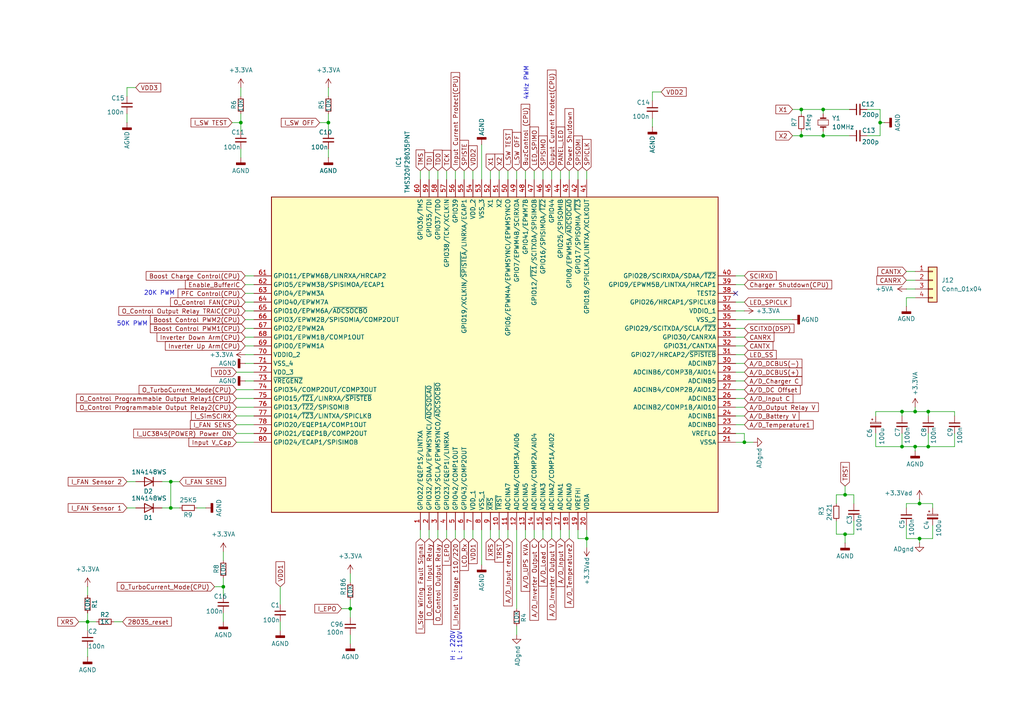
<source format=kicad_sch>
(kicad_sch (version 20231120) (generator "eeschema") (generator_version "8.0")
  (paper "A4")
  (lib_symbols
    (symbol "Connector_Generic:Conn_01x04" (pin_names (offset 1.016) hide)
      (property "Reference" "J" (at 0 5.08 0))
      (property "Value" "Conn_01x04" (at 0 -7.62 0))
      (symbol "Conn_01x04_1_1"
        (rectangle (start -1.27 -4.953) (end 0 -5.207) (stroke (width 0.1524)))
        (rectangle (start -1.27 -2.413) (end 0 -2.667) (stroke (width 0.1524)))
        (rectangle (start -1.27 0.127) (end 0 -0.127) (stroke (width 0.1524)))
        (rectangle (start -1.27 2.667) (end 0 2.413) (stroke (width 0.1524)))
        (rectangle (start -1.27 3.81) (end 1.27 -6.35) (stroke (width 0.254)) (fill (type background)))
        (pin passive line (at -5.08 2.54 0) (length 3.81) (name "Pin_1") (number "1"))
        (pin passive line (at -5.08 0 0) (length 3.81) (name "Pin_2") (number "2"))
        (pin passive line (at -5.08 -2.54 0) (length 3.81) (name "Pin_3") (number "3"))
        (pin passive line (at -5.08 -5.08 0) (length 3.81) (name "Pin_4") (number "4"))
      )
    )
    (symbol "Device:C_Polarized_Small" (pin_numbers hide) (pin_names (offset 0.254) hide)
      (property "Reference" "C" (at 0.254 1.778 0))
      (property "Value" "C_Polarized_Small" (at 0.254 -2.032 0))
      (symbol "C_Polarized_Small_0_1"
        (rectangle (start -1.524 -0.3048) (end 1.524 -0.6858) (fill (type outline)))
        (rectangle (start -1.524 0.6858) (end 1.524 0.3048))
        (polyline (pts (xy -1.27 1.524) (xy -0.762 1.524)))
        (polyline (pts (xy -1.016 1.27) (xy -1.016 1.778)))
      )
      (symbol "C_Polarized_Small_1_1"
        (pin passive line (at 0 2.54 270) (length 1.8542) (name "~") (number "1"))
        (pin passive line (at 0 -2.54 90) (length 1.8542) (name "~") (number "2"))
      )
    )
    (symbol "Device:C_Small" (pin_numbers hide) (pin_names (offset 0.254) hide)
      (property "Reference" "C" (at 0.254 1.778 0))
      (property "Value" "C_Small" (at 0.254 -2.032 0))
      (symbol "C_Small_0_1"
        (polyline (pts (xy -1.524 -0.508) (xy 1.524 -0.508)) (stroke (width 0.3302)))
        (polyline (pts (xy -1.524 0.508) (xy 1.524 0.508)) (stroke (width 0.3048)))
      )
      (symbol "C_Small_1_1"
        (pin passive line (at 0 2.54 270) (length 2.032) (name "~") (number "1"))
        (pin passive line (at 0 -2.54 90) (length 2.032) (name "~") (number "2"))
      )
    )
    (symbol "Device:Crystal_Small" (pin_numbers hide) (pin_names (offset 1.016) hide)
      (property "Reference" "Y" (at 0 2.54 0))
      (property "Value" "Crystal_Small" (at 0 -2.54 0))
      (symbol "Crystal_Small_0_1"
        (rectangle (start -0.762 -1.524) (end 0.762 1.524))
        (polyline (pts (xy -1.27 -0.762) (xy -1.27 0.762)) (stroke (width 0.381)))
        (polyline (pts (xy 1.27 -0.762) (xy 1.27 0.762)) (stroke (width 0.381)))
      )
      (symbol "Crystal_Small_1_1"
        (pin passive line (at -2.54 0 0) (length 1.27) (name "1") (number "1"))
        (pin passive line (at 2.54 0 180) (length 1.27) (name "2") (number "2"))
      )
    )
    (symbol "Device:R_Small" (pin_numbers hide) (pin_names (offset 0.254) hide)
      (property "Reference" "R" (at 0.762 0.508 0))
      (property "Value" "R_Small" (at 0.762 -1.016 0))
      (symbol "R_Small_0_1"
        (rectangle (start -0.762 1.778) (end 0.762 -1.778) (stroke (width 0.2032)))
      )
      (symbol "R_Small_1_1"
        (pin passive line (at 0 2.54 270) (length 0.762) (name "~") (number "1"))
        (pin passive line (at 0 -2.54 90) (length 0.762) (name "~") (number "2"))
      )
    )
    (symbol "Diode:1N4148WS" (pin_numbers hide) (pin_names hide)
      (property "Reference" "D" (at 0 2.54 0))
      (property "Value" "1N4148WS" (at 0 -2.54 0))
      (symbol "1N4148WS_0_1"
        (polyline (pts (xy -1.27 1.27) (xy -1.27 -1.27)) (stroke (width 0.254)))
        (polyline (pts (xy 1.27 0) (xy -1.27 0)))
        (polyline (pts (xy 1.27 1.27) (xy 1.27 -1.27) (xy -1.27 0) (xy 1.27 1.27)) (stroke (width 0.254)))
      )
      (symbol "1N4148WS_1_1"
        (pin passive line (at -3.81 0 0) (length 2.54) (name "K") (number "1"))
        (pin passive line (at 3.81 0 180) (length 2.54) (name "A") (number "2"))
      )
    )
    (symbol "TMS320F28035PNT:TMS320F28035PNT"
      (property "Reference" "IC" (at 97.79 48.26 0))
      (property "Value" "TMS320F28035PNT" (at 97.79 45.72 0))
      (symbol "TMS320F28035PNT_1_1"
        (rectangle (start 5.08 43.18) (end 96.52 -86.36) (stroke (width 0.254)) (fill (type background)))
        (pin passive line (at 0 0 0) (length 5.08) (name "GPIO22/EQEP1S/LINTXA") (number "1"))
        (pin passive line (at 0 -22.86 0) (length 5.08) (name "~{TRST}") (number "10"))
        (pin passive line (at 0 -25.4 0) (length 5.08) (name "ADCINA7") (number "11"))
        (pin passive line (at 0 -27.94 0) (length 5.08) (name "ADCINA6/COMP3A/AIO6") (number "12"))
        (pin passive line (at 0 -30.48 0) (length 5.08) (name "ADCINA5") (number "13"))
        (pin passive line (at 0 -33.02 0) (length 5.08) (name "ADCINA4/COMP2A/AIO4") (number "14"))
        (pin passive line (at 0 -35.56 0) (length 5.08) (name "ADCINA3") (number "15"))
        (pin passive line (at 0 -38.1 0) (length 5.08) (name "ADCINA2/COMP1A/AIO2") (number "16"))
        (pin passive line (at 0 -40.64 0) (length 5.08) (name "ADCINA1") (number "17"))
        (pin passive line (at 0 -43.18 0) (length 5.08) (name "ADCINA0") (number "18"))
        (pin passive line (at 0 -45.72 0) (length 5.08) (name "VREFHI") (number "19"))
        (pin passive line (at 0 -2.54 0) (length 5.08) (name "GPIO32/SDAA/EPWMSYNCI/~{ADCSOCAO}") (number "2"))
        (pin passive line (at 0 -48.26 0) (length 5.08) (name "VDDA") (number "20"))
        (pin passive line (at 25.4 -91.44 90) (length 5.08) (name "VSSA") (number "21"))
        (pin passive line (at 27.94 -91.44 90) (length 5.08) (name "VREFLO") (number "22"))
        (pin passive line (at 30.48 -91.44 90) (length 5.08) (name "ADCINB0") (number "23"))
        (pin passive line (at 33.02 -91.44 90) (length 5.08) (name "ADCINB1") (number "24"))
        (pin passive line (at 35.56 -91.44 90) (length 5.08) (name "ADCINB2/COMP1B/AIO10") (number "25"))
        (pin passive line (at 38.1 -91.44 90) (length 5.08) (name "ADCINB3") (number "26"))
        (pin passive line (at 40.64 -91.44 90) (length 5.08) (name "ADCINB4/COMP2B/AIO12") (number "27"))
        (pin passive line (at 43.18 -91.44 90) (length 5.08) (name "ADCINB5") (number "28"))
        (pin passive line (at 45.72 -91.44 90) (length 5.08) (name "ADCINB6/COMP3B/AIO14") (number "29"))
        (pin passive line (at 0 -5.08 0) (length 5.08) (name "GPIO33/SCLA/EPWMSYNCO/~{ADCSOCBO}") (number "3"))
        (pin passive line (at 48.26 -91.44 90) (length 5.08) (name "ADCINB7") (number "30"))
        (pin passive line (at 50.8 -91.44 90) (length 5.08) (name "GPIO27/HRCAP2/~{SPISTEB}") (number "31"))
        (pin passive line (at 53.34 -91.44 90) (length 5.08) (name "GPIO31/CANTXA") (number "32"))
        (pin passive line (at 55.88 -91.44 90) (length 5.08) (name "GPIO30/CANRXA") (number "33"))
        (pin passive line (at 58.42 -91.44 90) (length 5.08) (name "GPIO29/SCITXDA/SCLA/~{TZ3}") (number "34"))
        (pin passive line (at 60.96 -91.44 90) (length 5.08) (name "VSS_2") (number "35"))
        (pin passive line (at 63.5 -91.44 90) (length 5.08) (name "VDDIO_1") (number "36"))
        (pin passive line (at 66.04 -91.44 90) (length 5.08) (name "GPIO26/HRCAP1/SPICLKB") (number "37"))
        (pin passive line (at 68.58 -91.44 90) (length 5.08) (name "TEST2") (number "38"))
        (pin passive line (at 71.12 -91.44 90) (length 5.08) (name "GPIO9/EPWM5B/LINTXA/HRCAP1") (number "39"))
        (pin passive line (at 0 -7.62 0) (length 5.08) (name "GPIO23/EQEP1I/LINRXA") (number "4"))
        (pin passive line (at 73.66 -91.44 90) (length 5.08) (name "GPIO28/SCIRXDA/SDAA/~{TZ2}") (number "40"))
        (pin passive line (at 101.6 -48.26 180) (length 5.08) (name "GPIO18/SPICLKA/LINTXA/XCLKOUT") (number "41"))
        (pin passive line (at 101.6 -45.72 180) (length 5.08) (name "GPIO17/SPISOMIA/~{TZ3}") (number "42"))
        (pin passive line (at 101.6 -43.18 180) (length 5.08) (name "GPIO8/EPWM5A/~{ADCSOCAO}") (number "43"))
        (pin passive line (at 101.6 -40.64 180) (length 5.08) (name "GPIO25/SPISOMIB") (number "44"))
        (pin passive line (at 101.6 -38.1 180) (length 5.08) (name "GPIO44") (number "45"))
        (pin passive line (at 101.6 -35.56 180) (length 5.08) (name "GPIO16/SPISIMOA/~{TZ2}") (number "46"))
        (pin passive line (at 101.6 -33.02 180) (length 5.08) (name "GPIO12/~{TZ1}/SCITXDA/SPISIMOB") (number "47"))
        (pin passive line (at 101.6 -30.48 180) (length 5.08) (name "GPIO41/EPWM7B") (number "48"))
        (pin passive line (at 101.6 -27.94 180) (length 5.08) (name "GPIO7/EPWM4B/SCIRXDA") (number "49"))
        (pin passive line (at 0 -10.16 0) (length 5.08) (name "GPIO42/COMP1OUT") (number "5"))
        (pin passive line (at 101.6 -25.4 180) (length 5.08) (name "GPIO6/EPWM4A/EPWMSYNCI/EPWMSYNCO") (number "50"))
        (pin passive line (at 101.6 -22.86 180) (length 5.08) (name "X2") (number "51"))
        (pin passive line (at 101.6 -20.32 180) (length 5.08) (name "X1") (number "52"))
        (pin passive line (at 101.6 -17.78 180) (length 5.08) (name "VSS_3") (number "53"))
        (pin passive line (at 101.6 -15.24 180) (length 5.08) (name "VDD_2") (number "54"))
        (pin passive line (at 101.6 -12.7 180) (length 5.08) (name "GPIO19/XCLKIN/~{SPISTEA}/LINRXA/ECAP1") (number "55"))
        (pin passive line (at 101.6 -10.16 180) (length 5.08) (name "GPIO39") (number "56"))
        (pin passive line (at 101.6 -7.62 180) (length 5.08) (name "GPIO38/TCK/XCLKIN") (number "57"))
        (pin passive line (at 101.6 -5.08 180) (length 5.08) (name "GPIO37/TDO") (number "58"))
        (pin passive line (at 101.6 -2.54 180) (length 5.08) (name "GPIO35/TDI") (number "59"))
        (pin passive line (at 0 -12.7 0) (length 5.08) (name "GPIO43/COMP2OUT") (number "6"))
        (pin passive line (at 101.6 0 180) (length 5.08) (name "GPIO36/TMS") (number "60"))
        (pin passive line (at 73.66 48.26 270) (length 5.08) (name "GPIO11/EPWM6B/LINRXA/HRCAP2") (number "61"))
        (pin passive line (at 71.12 48.26 270) (length 5.08) (name "GPIO5/EPWM3B/SPISIMOA/ECAP1") (number "62"))
        (pin passive line (at 68.58 48.26 270) (length 5.08) (name "GPIO4/EPWM3A") (number "63"))
        (pin passive line (at 66.04 48.26 270) (length 5.08) (name "GPIO40/EPWM7A") (number "64"))
        (pin passive line (at 63.5 48.26 270) (length 5.08) (name "GPIO10/EPWM6A/~{ADCSOCBO}") (number "65"))
        (pin passive line (at 60.96 48.26 270) (length 5.08) (name "GPIO3/EPWM2B/SPISOMIA/COMP2OUT") (number "66"))
        (pin passive line (at 58.42 48.26 270) (length 5.08) (name "GPIO2/EPWM2A") (number "67"))
        (pin passive line (at 55.88 48.26 270) (length 5.08) (name "GPIO1/EPWM1B/COMP1OUT") (number "68"))
        (pin passive line (at 53.34 48.26 270) (length 5.08) (name "GPIO0/EPWM1A") (number "69"))
        (pin passive line (at 0 -15.24 0) (length 5.08) (name "VDD_1") (number "7"))
        (pin passive line (at 50.8 48.26 270) (length 5.08) (name "VDDIO_2") (number "70"))
        (pin passive line (at 48.26 48.26 270) (length 5.08) (name "VSS_4") (number "71"))
        (pin passive line (at 45.72 48.26 270) (length 5.08) (name "VDD_3") (number "72"))
        (pin passive line (at 43.18 48.26 270) (length 5.08) (name "~{VREGENZ}") (number "73"))
        (pin passive line (at 40.64 48.26 270) (length 5.08) (name "GPIO34/COMP2OUT/COMP3OUT") (number "74"))
        (pin passive line (at 38.1 48.26 270) (length 5.08) (name "GPIO15/~{TZ1}/LINRXA/~{SPISTEB}") (number "75"))
        (pin passive line (at 35.56 48.26 270) (length 5.08) (name "GPIO13/~{TZ2}/SPISOMIB") (number "76"))
        (pin passive line (at 33.02 48.26 270) (length 5.08) (name "GPIO14/~{TZ3}/LINTXA/SPICLKB") (number "77"))
        (pin passive line (at 30.48 48.26 270) (length 5.08) (name "GPIO20/EQEP1A/COMP1OUT") (number "78"))
        (pin passive line (at 27.94 48.26 270) (length 5.08) (name "GPIO21/EQEP1B/COMP2OUT") (number "79"))
        (pin passive line (at 0 -17.78 0) (length 5.08) (name "VSS_1") (number "8"))
        (pin passive line (at 25.4 48.26 270) (length 5.08) (name "GPIO24/ECAP1/SPISIMOB") (number "80"))
        (pin passive line (at 0 -20.32 0) (length 5.08) (name "~{XRS}") (number "9"))
      )
    )
    (symbol "power:+3.3VA" (power) (pin_numbers hide) (pin_names (offset 0) hide)
      (property "Value" "+3.3VA" (at 0 3.556 0))
      (symbol "+3.3VA_0_1"
        (polyline (pts (xy -0.762 1.27) (xy 0 2.54)))
        (polyline (pts (xy 0 0) (xy 0 2.54)))
        (polyline (pts (xy 0 2.54) (xy 0.762 1.27)))
      )
      (symbol "+3.3VA_1_1"
        (pin power_in line (at 0 0 90) (length 0) (name "~") (number "1"))
      )
    )
    (symbol "power:+3.3VADC" (power) (pin_numbers hide) (pin_names (offset 0) hide)
      (property "Value" "+3.3VADC" (at 0 3.556 0))
      (symbol "+3.3VADC_0_0"
        (pin power_in line (at 0 0 90) (length 0) (name "~") (number "1"))
      )
      (symbol "+3.3VADC_0_1"
        (polyline (pts (xy -0.762 1.27) (xy 0 2.54)))
        (polyline (pts (xy 0 0) (xy 0 2.54)))
        (polyline (pts (xy 0 2.54) (xy 0.762 1.27)))
      )
    )
    (symbol "power:+5VA" (power) (pin_numbers hide) (pin_names (offset 0) hide)
      (property "Value" "+5VA" (at 0 3.556 0))
      (symbol "+5VA_0_1"
        (polyline (pts (xy -0.762 1.27) (xy 0 2.54)))
        (polyline (pts (xy 0 0) (xy 0 2.54)))
        (polyline (pts (xy 0 2.54) (xy 0.762 1.27)))
      )
      (symbol "+5VA_1_1"
        (pin power_in line (at 0 0 90) (length 0) (name "~") (number "1"))
      )
    )
    (symbol "power:GNDA" (power) (pin_numbers hide) (pin_names (offset 0) hide)
      (property "Value" "GNDA" (at 0 -3.81 0))
      (symbol "GNDA_0_1"
        (polyline (pts (xy 0 0) (xy 0 -1.27) (xy 1.27 -1.27) (xy 0 -2.54) (xy -1.27 -1.27) (xy 0 -1.27)))
      )
      (symbol "GNDA_1_1"
        (pin power_in line (at 0 0 270) (length 0) (name "~") (number "1"))
      )
    )
    (symbol "power:GNDD" (power) (pin_numbers hide) (pin_names (offset 0) hide)
      (property "Value" "GNDD" (at 0 -3.175 0))
      (symbol "GNDD_0_1"
        (rectangle (start -1.27 -1.524) (end 1.27 -2.032) (stroke (width 0.254)) (fill (type outline)))
        (polyline (pts (xy 0 0) (xy 0 -1.524)))
      )
      (symbol "GNDD_1_1"
        (pin power_in line (at 0 0 270) (length 0) (name "~") (number "1"))
      )
    )
  )
  (junction (at 232.41 39.37))
  (junction (at 101.6 176.53))
  (junction (at 269.24 129.54))
  (junction (at 245.11 143.51))
  (junction (at 261.62 119.38))
  (junction (at 265.43 129.54))
  (junction (at 265.43 119.38))
  (junction (at 238.76 31.75))
  (junction (at 232.41 31.75))
  (junction (at 269.24 119.38))
  (junction (at 64.77 170.18))
  (junction (at 49.53 147.32))
  (junction (at 266.7 146.05))
  (junction (at 69.85 35.56))
  (junction (at 95.25 35.56))
  (junction (at 49.53 139.7))
  (junction (at 245.11 154.94))
  (junction (at 261.62 129.54))
  (junction (at 215.9 128.27))
  (junction (at 266.7 156.21))
  (junction (at 238.76 39.37))
  (junction (at 255.27 35.56))
  (junction (at 170.18 156.21))
  (junction (at 25.4 180.34))
  (no_connect (at 213.36 85.09))
  (wire (pts (xy 265.43 118.11) (xy 265.43 119.38)))
  (wire (pts (xy 245.11 154.94) (xy 242.57 154.94)))
  (wire (pts (xy 71.12 85.09) (xy 73.66 85.09)))
  (wire (pts (xy 255.27 31.75) (xy 255.27 35.56)))
  (wire (pts (xy 262.89 152.4) (xy 262.89 156.21)))
  (wire (pts (xy 137.16 156.21) (xy 137.16 153.67)))
  (wire (pts (xy 121.92 156.21) (xy 121.92 153.67)))
  (wire (pts (xy 134.62 156.21) (xy 134.62 153.67)))
  (wire (pts (xy 262.89 83.82) (xy 265.43 83.82)))
  (wire (pts (xy 71.12 90.17) (xy 73.66 90.17)))
  (wire (pts (xy 162.56 52.07) (xy 162.56 49.53)))
  (wire (pts (xy 162.56 156.21) (xy 162.56 153.67)))
  (wire (pts (xy 132.08 52.07) (xy 132.08 49.53)))
  (wire (pts (xy 165.1 156.21) (xy 165.1 153.67)))
  (wire (pts (xy 213.36 123.19) (xy 215.9 123.19)))
  (wire (pts (xy 134.62 52.07) (xy 134.62 49.53)))
  (wire (pts (xy 139.7 163.83) (xy 139.7 153.67)))
  (wire (pts (xy 261.62 119.38) (xy 261.62 120.65)))
  (wire (pts (xy 81.28 175.26) (xy 81.28 170.18)))
  (wire (pts (xy 269.24 125.73) (xy 269.24 129.54)))
  (wire (pts (xy 64.77 170.18) (xy 64.77 172.72)))
  (wire (pts (xy 36.83 25.4) (xy 39.37 25.4)))
  (wire (pts (xy 167.64 156.21) (xy 170.18 156.21)))
  (wire (pts (xy 157.48 52.07) (xy 157.48 49.53)))
  (wire (pts (xy 71.12 100.33) (xy 73.66 100.33)))
  (wire (pts (xy 68.58 118.11) (xy 73.66 118.11)))
  (wire (pts (xy 266.7 146.05) (xy 270.51 146.05)))
  (wire (pts (xy 262.89 78.74) (xy 265.43 78.74)))
  (wire (pts (xy 269.24 119.38) (xy 276.86 119.38)))
  (wire (pts (xy 71.12 110.49) (xy 73.66 110.49)))
  (wire (pts (xy 213.36 87.63) (xy 215.9 87.63)))
  (wire (pts (xy 170.18 158.75) (xy 170.18 156.21)))
  (wire (pts (xy 71.12 102.87) (xy 73.66 102.87)))
  (wire (pts (xy 49.53 139.7) (xy 52.07 139.7)))
  (wire (pts (xy 213.36 102.87) (xy 215.9 102.87)))
  (wire (pts (xy 262.89 147.32) (xy 262.89 146.05)))
  (wire (pts (xy 251.46 31.75) (xy 255.27 31.75)))
  (wire (pts (xy 149.86 52.07) (xy 149.86 49.53)))
  (wire (pts (xy 95.25 33.02) (xy 95.25 35.56)))
  (wire (pts (xy 142.24 52.07) (xy 142.24 49.53)))
  (wire (pts (xy 71.12 105.41) (xy 73.66 105.41)))
  (wire (pts (xy 213.36 115.57) (xy 215.9 115.57)))
  (wire (pts (xy 261.62 119.38) (xy 265.43 119.38)))
  (wire (pts (xy 64.77 160.02) (xy 64.77 162.56)))
  (wire (pts (xy 81.28 180.34) (xy 81.28 182.88)))
  (wire (pts (xy 242.57 154.94) (xy 242.57 151.13)))
  (wire (pts (xy 49.53 147.32) (xy 49.53 139.7)))
  (wire (pts (xy 167.64 153.67) (xy 167.64 156.21)))
  (wire (pts (xy 247.65 154.94) (xy 245.11 154.94)))
  (wire (pts (xy 213.36 120.65) (xy 215.9 120.65)))
  (wire (pts (xy 266.7 156.21) (xy 270.51 156.21)))
  (wire (pts (xy 213.36 105.41) (xy 215.9 105.41)))
  (wire (pts (xy 254 129.54) (xy 261.62 129.54)))
  (wire (pts (xy 265.43 129.54) (xy 269.24 129.54)))
  (wire (pts (xy 139.7 52.07) (xy 139.7 41.91)))
  (wire (pts (xy 36.83 33.02) (xy 36.83 35.56)))
  (wire (pts (xy 262.89 146.05) (xy 266.7 146.05)))
  (wire (pts (xy 71.12 92.71) (xy 73.66 92.71)))
  (wire (pts (xy 69.85 25.4) (xy 69.85 27.94)))
  (wire (pts (xy 213.36 92.71) (xy 229.87 92.71)))
  (wire (pts (xy 147.32 156.21) (xy 147.32 153.67)))
  (wire (pts (xy 265.43 86.36) (xy 262.89 86.36)))
  (wire (pts (xy 101.6 173.99) (xy 101.6 176.53)))
  (wire (pts (xy 165.1 52.07) (xy 165.1 49.53)))
  (wire (pts (xy 266.7 156.21) (xy 266.7 157.48)))
  (wire (pts (xy 71.12 97.79) (xy 73.66 97.79)))
  (wire (pts (xy 149.86 184.15) (xy 149.86 181.61)))
  (wire (pts (xy 262.89 81.28) (xy 265.43 81.28)))
  (wire (pts (xy 247.65 151.13) (xy 247.65 154.94)))
  (wire (pts (xy 71.12 87.63) (xy 73.66 87.63)))
  (wire (pts (xy 137.16 52.07) (xy 137.16 49.53)))
  (wire (pts (xy 69.85 35.56) (xy 69.85 38.1)))
  (wire (pts (xy 213.36 125.73) (xy 215.9 125.73)))
  (wire (pts (xy 276.86 119.38) (xy 276.86 120.65)))
  (wire (pts (xy 232.41 31.75) (xy 232.41 33.02)))
  (wire (pts (xy 95.25 43.18) (xy 95.25 45.72)))
  (wire (pts (xy 254 119.38) (xy 261.62 119.38)))
  (wire (pts (xy 242.57 146.05) (xy 242.57 143.51)))
  (wire (pts (xy 149.86 176.53) (xy 149.86 153.67)))
  (wire (pts (xy 213.36 95.25) (xy 215.9 95.25)))
  (wire (pts (xy 68.58 123.19) (xy 73.66 123.19)))
  (wire (pts (xy 255.27 35.56) (xy 255.27 39.37)))
  (wire (pts (xy 229.87 31.75) (xy 232.41 31.75)))
  (wire (pts (xy 71.12 95.25) (xy 73.66 95.25)))
  (wire (pts (xy 213.36 113.03) (xy 215.9 113.03)))
  (wire (pts (xy 25.4 177.8) (xy 25.4 180.34)))
  (wire (pts (xy 254 120.65) (xy 254 119.38)))
  (wire (pts (xy 127 52.07) (xy 127 49.53)))
  (wire (pts (xy 147.32 52.07) (xy 147.32 49.53)))
  (wire (pts (xy 71.12 82.55) (xy 73.66 82.55)))
  (wire (pts (xy 95.25 35.56) (xy 95.25 38.1)))
  (wire (pts (xy 25.4 180.34) (xy 22.86 180.34)))
  (wire (pts (xy 266.7 144.78) (xy 266.7 146.05)))
  (wire (pts (xy 46.99 139.7) (xy 49.53 139.7)))
  (wire (pts (xy 262.89 156.21) (xy 266.7 156.21)))
  (wire (pts (xy 269.24 129.54) (xy 276.86 129.54)))
  (wire (pts (xy 189.23 34.29) (xy 189.23 36.83)))
  (wire (pts (xy 265.43 119.38) (xy 269.24 119.38)))
  (wire (pts (xy 129.54 156.21) (xy 129.54 153.67)))
  (wire (pts (xy 68.58 125.73) (xy 73.66 125.73)))
  (wire (pts (xy 49.53 147.32) (xy 52.07 147.32)))
  (wire (pts (xy 92.71 35.56) (xy 95.25 35.56)))
  (wire (pts (xy 68.58 120.65) (xy 73.66 120.65)))
  (wire (pts (xy 36.83 27.94) (xy 36.83 25.4)))
  (wire (pts (xy 27.94 180.34) (xy 25.4 180.34)))
  (wire (pts (xy 189.23 26.67) (xy 191.77 26.67)))
  (wire (pts (xy 25.4 170.18) (xy 25.4 172.72)))
  (wire (pts (xy 62.23 170.18) (xy 64.77 170.18)))
  (wire (pts (xy 238.76 39.37) (xy 232.41 39.37)))
  (wire (pts (xy 245.11 154.94) (xy 245.11 157.48)))
  (wire (pts (xy 64.77 177.8) (xy 64.77 180.34)))
  (wire (pts (xy 95.25 25.4) (xy 95.25 27.94)))
  (wire (pts (xy 213.36 100.33) (xy 215.9 100.33)))
  (wire (pts (xy 129.54 52.07) (xy 129.54 49.53)))
  (wire (pts (xy 255.27 35.56) (xy 256.54 35.56)))
  (wire (pts (xy 69.85 43.18) (xy 69.85 45.72)))
  (wire (pts (xy 68.58 128.27) (xy 73.66 128.27)))
  (wire (pts (xy 270.51 146.05) (xy 270.51 147.32)))
  (wire (pts (xy 49.53 147.32) (xy 46.99 147.32)))
  (wire (pts (xy 152.4 156.21) (xy 152.4 153.67)))
  (wire (pts (xy 255.27 39.37) (xy 251.46 39.37)))
  (wire (pts (xy 64.77 167.64) (xy 64.77 170.18)))
  (wire (pts (xy 238.76 38.1) (xy 238.76 39.37)))
  (wire (pts (xy 215.9 125.73) (xy 215.9 128.27)))
  (wire (pts (xy 154.94 156.21) (xy 154.94 153.67)))
  (wire (pts (xy 265.43 129.54) (xy 265.43 130.81)))
  (wire (pts (xy 157.48 156.21) (xy 157.48 153.67)))
  (wire (pts (xy 276.86 129.54) (xy 276.86 125.73)))
  (wire (pts (xy 245.11 140.97) (xy 245.11 143.51)))
  (wire (pts (xy 167.64 52.07) (xy 167.64 49.53)))
  (wire (pts (xy 213.36 97.79) (xy 215.9 97.79)))
  (wire (pts (xy 238.76 31.75) (xy 232.41 31.75)))
  (wire (pts (xy 69.85 33.02) (xy 69.85 35.56)))
  (wire (pts (xy 247.65 143.51) (xy 247.65 146.05)))
  (wire (pts (xy 68.58 115.57) (xy 73.66 115.57)))
  (wire (pts (xy 254 125.73) (xy 254 129.54)))
  (wire (pts (xy 142.24 156.21) (xy 142.24 153.67)))
  (wire (pts (xy 269.24 119.38) (xy 269.24 120.65)))
  (wire (pts (xy 170.18 156.21) (xy 170.18 153.67)))
  (wire (pts (xy 154.94 52.07) (xy 154.94 49.53)))
  (wire (pts (xy 213.36 80.01) (xy 215.9 80.01)))
  (wire (pts (xy 67.31 35.56) (xy 69.85 35.56)))
  (wire (pts (xy 68.58 107.95) (xy 73.66 107.95)))
  (wire (pts (xy 35.56 180.34) (xy 33.02 180.34)))
  (wire (pts (xy 229.87 39.37) (xy 232.41 39.37)))
  (wire (pts (xy 25.4 187.96) (xy 25.4 190.5)))
  (wire (pts (xy 245.11 143.51) (xy 247.65 143.51)))
  (wire (pts (xy 213.36 110.49) (xy 215.9 110.49)))
  (wire (pts (xy 213.36 107.95) (xy 215.9 107.95)))
  (wire (pts (xy 160.02 52.07) (xy 160.02 49.53)))
  (wire (pts (xy 121.92 52.07) (xy 121.92 49.53)))
  (wire (pts (xy 101.6 184.15) (xy 101.6 186.69)))
  (wire (pts (xy 246.38 31.75) (xy 238.76 31.75)))
  (wire (pts (xy 101.6 176.53) (xy 101.6 179.07)))
  (wire (pts (xy 127 156.21) (xy 127 153.67)))
  (wire (pts (xy 144.78 156.21) (xy 144.78 153.67)))
  (wire (pts (xy 213.36 118.11) (xy 215.9 118.11)))
  (wire (pts (xy 68.58 113.03) (xy 73.66 113.03)))
  (wire (pts (xy 215.9 128.27) (xy 218.44 128.27)))
  (wire (pts (xy 213.36 82.55) (xy 215.9 82.55)))
  (wire (pts (xy 160.02 156.21) (xy 160.02 153.67)))
  (wire (pts (xy 189.23 29.21) (xy 189.23 26.67)))
  (wire (pts (xy 213.36 128.27) (xy 215.9 128.27)))
  (wire (pts (xy 261.62 129.54) (xy 265.43 129.54)))
  (wire (pts (xy 36.83 147.32) (xy 39.37 147.32)))
  (wire (pts (xy 124.46 52.07) (xy 124.46 49.53)))
  (wire (pts (xy 124.46 156.21) (xy 124.46 153.67)))
  (wire (pts (xy 71.12 80.01) (xy 73.66 80.01)))
  (wire (pts (xy 232.41 39.37) (xy 232.41 38.1)))
  (wire (pts (xy 261.62 125.73) (xy 261.62 129.54)))
  (wire (pts (xy 213.36 90.17) (xy 215.9 90.17)))
  (wire (pts (xy 144.78 52.07) (xy 144.78 49.53)))
  (wire (pts (xy 36.83 139.7) (xy 39.37 139.7)))
  (wire (pts (xy 262.89 86.36) (xy 262.89 88.9)))
  (wire (pts (xy 152.4 52.07) (xy 152.4 49.53)))
  (wire (pts (xy 246.38 39.37) (xy 238.76 39.37)))
  (wire (pts (xy 270.51 156.21) (xy 270.51 152.4)))
  (wire (pts (xy 170.18 52.07) (xy 170.18 49.53)))
  (wire (pts (xy 57.15 147.32) (xy 59.69 147.32)))
  (wire (pts (xy 99.06 176.53) (xy 101.6 176.53)))
  (wire (pts (xy 132.08 156.21) (xy 132.08 153.67)))
  (wire (pts (xy 25.4 180.34) (xy 25.4 182.88)))
  (wire (pts (xy 101.6 166.37) (xy 101.6 168.91)))
  (wire (pts (xy 238.76 31.75) (xy 238.76 33.02)))
  (wire (pts (xy 242.57 143.51) (xy 245.11 143.51)))
  (text "H : 220V\nL : 110V" (at 132.334 187.452 90) (effects (font (size 1.27 1.27))))
  (text "4kHz PWM" (at 152.654 24.13 90) (effects (font (size 1.27 1.27))))
  (text "50K PWM" (at 38.354 93.98 0) (effects (font (size 1.27 1.27))))
  (text "20K PWM" (at 46.228 85.09 0) (effects (font (size 1.27 1.27))))
  (global_label "TMS" (shape input) (at 121.92 49.53 90) (property "Intersheetrefs" "${INTERSHEET_REFS}" (effects (hide yes))))
  (global_label "SPISOMI" (shape input) (at 167.64 49.53 90) (property "Intersheetrefs" "${INTERSHEET_REFS}" (effects (hide yes))))
  (global_label "Charger Shutdown(CPU)" (shape input) (at 215.9 82.55 0) (property "Intersheetrefs" "${INTERSHEET_REFS}" (effects (hide yes))))
  (global_label "O_Control Programmable Output Relay2(CPU)" (shape input) (at 68.58 118.11 180) (property "Intersheetrefs" "${INTERSHEET_REFS}" (effects (hide yes))))
  (global_label "X1" (shape input) (at 142.24 49.53 90) (property "Intersheetrefs" "${INTERSHEET_REFS}" (effects (hide yes))))
  (global_label "TDO" (shape input) (at 127 49.53 90) (property "Intersheetrefs" "${INTERSHEET_REFS}" (effects (hide yes))))
  (global_label "Boost Charge Control(CPU)" (shape input) (at 71.12 80.01 180) (property "Intersheetrefs" "${INTERSHEET_REFS}" (effects (hide yes))))
  (global_label "LCD_Rx" (shape input) (at 134.62 156.21 270) (property "Intersheetrefs" "${INTERSHEET_REFS}" (effects (hide yes))))
  (global_label "X1" (shape input) (at 229.87 31.75 180) (property "Intersheetrefs" "${INTERSHEET_REFS}" (effects (hide yes))))
  (global_label "Ouput Current Protect(CPU)" (shape input) (at 160.02 49.53 90) (property "Intersheetrefs" "${INTERSHEET_REFS}" (effects (hide yes))))
  (global_label "SCITXD(DSP)" (shape input) (at 215.9 95.25 0) (property "Intersheetrefs" "${INTERSHEET_REFS}" (effects (hide yes))))
  (global_label "I_Side Wiring Fault Signal" (shape input) (at 121.92 156.21 270) (property "Intersheetrefs" "${INTERSHEET_REFS}" (effects (hide yes))))
  (global_label "A{slash}D_Input V" (shape input) (at 162.56 156.21 270) (property "Intersheetrefs" "${INTERSHEET_REFS}" (effects (hide yes))))
  (global_label "Power Shutdown" (shape input) (at 165.1 49.53 90) (property "Intersheetrefs" "${INTERSHEET_REFS}" (effects (hide yes))))
  (global_label "A{slash}D_Input C" (shape input) (at 215.9 115.57 0) (property "Intersheetrefs" "${INTERSHEET_REFS}" (effects (hide yes))))
  (global_label "VDD3" (shape input) (at 68.58 107.95 180) (property "Intersheetrefs" "${INTERSHEET_REFS}" (effects (hide yes))))
  (global_label "A{slash}D_DCBUS(+)" (shape input) (at 215.9 107.95 0) (property "Intersheetrefs" "${INTERSHEET_REFS}" (effects (hide yes))))
  (global_label "SCIRXD" (shape input) (at 215.9 80.01 0) (property "Intersheetrefs" "${INTERSHEET_REFS}" (effects (hide yes))))
  (global_label "SPISTE" (shape input) (at 134.62 49.53 90) (property "Intersheetrefs" "${INTERSHEET_REFS}" (effects (hide yes))))
  (global_label "A{slash}D_Inverter Output V" (shape input) (at 160.02 156.21 270) (property "Intersheetrefs" "${INTERSHEET_REFS}" (effects (hide yes))))
  (global_label "LED_SS" (shape input) (at 215.9 102.87 0) (property "Intersheetrefs" "${INTERSHEET_REFS}" (effects (hide yes))))
  (global_label "I_EPO" (shape input) (at 99.06 176.53 180) (property "Intersheetrefs" "${INTERSHEET_REFS}" (effects (hide yes))))
  (global_label "O_Control Input Relay" (shape input) (at 124.46 156.21 270) (property "Intersheetrefs" "${INTERSHEET_REFS}" (effects (hide yes))))
  (global_label "Boost Control PWM2(CPU)" (shape input) (at 71.12 92.71 180) (property "Intersheetrefs" "${INTERSHEET_REFS}" (effects (hide yes))))
  (global_label "VDD2" (shape input) (at 137.16 49.53 90) (property "Intersheetrefs" "${INTERSHEET_REFS}" (effects (hide yes))))
  (global_label "X2" (shape input) (at 144.78 49.53 90) (property "Intersheetrefs" "${INTERSHEET_REFS}" (effects (hide yes))))
  (global_label "A{slash}D_Temperature2" (shape input) (at 165.1 156.21 270) (property "Intersheetrefs" "${INTERSHEET_REFS}" (effects (hide yes))))
  (global_label "Input V_Cap" (shape input) (at 68.58 128.27 180) (property "Intersheetrefs" "${INTERSHEET_REFS}" (effects (hide yes))))
  (global_label "A{slash}D_Inverter Output C" (shape input) (at 154.94 156.21 270) (property "Intersheetrefs" "${INTERSHEET_REFS}" (effects (hide yes))))
  (global_label "TDI" (shape input) (at 124.46 49.53 90) (property "Intersheetrefs" "${INTERSHEET_REFS}" (effects (hide yes))))
  (global_label "I_FAN Sensor 1" (shape input) (at 36.83 147.32 180) (property "Intersheetrefs" "${INTERSHEET_REFS}" (effects (hide yes))))
  (global_label "I_UC3845(POWER) Power ON" (shape input) (at 68.58 125.73 180) (property "Intersheetrefs" "${INTERSHEET_REFS}" (effects (hide yes))))
  (global_label "A{slash}D_DC Offset" (shape input) (at 215.9 113.03 0) (property "Intersheetrefs" "${INTERSHEET_REFS}" (effects (hide yes))))
  (global_label "Inverter Up Arm(CPU)" (shape input) (at 71.12 100.33 180) (property "Intersheetrefs" "${INTERSHEET_REFS}" (effects (hide yes))))
  (global_label "Enable_BufferIC" (shape input) (at 71.12 82.55 180) (property "Intersheetrefs" "${INTERSHEET_REFS}" (effects (hide yes))))
  (global_label "Boost Control PWM1(CPU)" (shape input) (at 71.12 95.25 180) (property "Intersheetrefs" "${INTERSHEET_REFS}" (effects (hide yes))))
  (global_label "CANRX" (shape input) (at 215.9 97.79 0) (property "Intersheetrefs" "${INTERSHEET_REFS}" (effects (hide yes))))
  (global_label "X2" (shape input) (at 229.87 39.37 180) (property "Intersheetrefs" "${INTERSHEET_REFS}" (effects (hide yes))))
  (global_label "I_SW OFF" (shape input) (at 149.86 49.53 90) (property "Intersheetrefs" "${INTERSHEET_REFS}" (effects (hide yes))))
  (global_label "A{slash}D_UPS KVA" (shape input) (at 152.4 156.21 270) (property "Intersheetrefs" "${INTERSHEET_REFS}" (effects (hide yes))))
  (global_label "I_FAN SENS" (shape input) (at 52.07 139.7 0) (property "Intersheetrefs" "${INTERSHEET_REFS}" (effects (hide yes))))
  (global_label "O_Control Output Relay TRAIC(CPU)" (shape input) (at 71.12 90.17 180) (property "Intersheetrefs" "${INTERSHEET_REFS}" (effects (hide yes))))
  (global_label "SPICLK" (shape input) (at 170.18 49.53 90) (property "Intersheetrefs" "${INTERSHEET_REFS}" (effects (hide yes))))
  (global_label "XRS" (shape input) (at 142.24 156.21 270) (property "Intersheetrefs" "${INTERSHEET_REFS}" (effects (hide yes))))
  (global_label "I_Input Voltage 110{slash}220" (shape input) (at 132.08 156.21 270) (property "Intersheetrefs" "${INTERSHEET_REFS}" (effects (hide yes))))
  (global_label "I_FAN SENS" (shape input) (at 68.58 123.19 180) (property "Intersheetrefs" "${INTERSHEET_REFS}" (effects (hide yes))))
  (global_label "A{slash}D_Battery V" (shape input) (at 215.9 120.65 0) (property "Intersheetrefs" "${INTERSHEET_REFS}" (effects (hide yes))))
  (global_label "I_SW TEST" (shape input) (at 67.31 35.56 180) (property "Intersheetrefs" "${INTERSHEET_REFS}" (effects (hide yes))))
  (global_label "A{slash}D_Load C" (shape input) (at 157.48 156.21 270) (property "Intersheetrefs" "${INTERSHEET_REFS}" (effects (hide yes))))
  (global_label "I_SW OFF" (shape input) (at 92.71 35.56 180) (property "Intersheetrefs" "${INTERSHEET_REFS}" (effects (hide yes))))
  (global_label "O_Control Output Relay" (shape input) (at 127 156.21 270) (property "Intersheetrefs" "${INTERSHEET_REFS}" (effects (hide yes))))
  (global_label "PANEL_LED" (shape input) (at 162.56 49.53 90) (property "Intersheetrefs" "${INTERSHEET_REFS}" (effects (hide yes))))
  (global_label "LED_SPIMO" (shape input) (at 154.94 49.53 90) (property "Intersheetrefs" "${INTERSHEET_REFS}" (effects (hide yes))))
  (global_label "TCK" (shape input) (at 129.54 49.53 90) (property "Intersheetrefs" "${INTERSHEET_REFS}" (effects (hide yes))))
  (global_label "CANTX" (shape input) (at 262.89 78.74 180) (property "Intersheetrefs" "${INTERSHEET_REFS}" (effects (hide yes))))
  (global_label "VDD1" (shape input) (at 81.28 170.18 90) (property "Intersheetrefs" "${INTERSHEET_REFS}" (effects (hide yes))))
  (global_label "CANRX" (shape input) (at 262.89 81.28 180) (property "Intersheetrefs" "${INTERSHEET_REFS}" (effects (hide yes))))
  (global_label "VDD1" (shape input) (at 137.16 156.21 270) (property "Intersheetrefs" "${INTERSHEET_REFS}" (effects (hide yes))))
  (global_label "VDD3" (shape input) (at 39.37 25.4 0) (property "Intersheetrefs" "${INTERSHEET_REFS}" (effects (hide yes))))
  (global_label "O_Control Programmable Output Relay1(CPU)" (shape input) (at 68.58 115.57 180) (property "Intersheetrefs" "${INTERSHEET_REFS}" (effects (hide yes))))
  (global_label "LED_SPICLK" (shape input) (at 215.9 87.63 0) (property "Intersheetrefs" "${INTERSHEET_REFS}" (effects (hide yes))))
  (global_label "28035_reset" (shape input) (at 35.56 180.34 0) (property "Intersheetrefs" "${INTERSHEET_REFS}" (effects (hide yes))))
  (global_label "A{slash}D_DCBUS(-)" (shape input) (at 215.9 105.41 0) (property "Intersheetrefs" "${INTERSHEET_REFS}" (effects (hide yes))))
  (global_label "A{slash}D_Output Relay V" (shape input) (at 215.9 118.11 0) (property "Intersheetrefs" "${INTERSHEET_REFS}" (effects (hide yes))))
  (global_label "O_TurboCurrent_Mode(CPU)" (shape input) (at 62.23 170.18 180) (property "Intersheetrefs" "${INTERSHEET_REFS}" (effects (hide yes))))
  (global_label "A{slash}D_Input relay V" (shape input) (at 147.32 156.21 270) (property "Intersheetrefs" "${INTERSHEET_REFS}" (effects (hide yes))))
  (global_label "I_FAN Sensor 2" (shape input) (at 36.83 139.7 180) (property "Intersheetrefs" "${INTERSHEET_REFS}" (effects (hide yes))))
  (global_label "I_SimSCIRX" (shape input) (at 68.58 120.65 180) (property "Intersheetrefs" "${INTERSHEET_REFS}" (effects (hide yes))))
  (global_label "TRST" (shape input) (at 144.78 156.21 270) (property "Intersheetrefs" "${INTERSHEET_REFS}" (effects (hide yes))))
  (global_label "BuzControl (CPU)" (shape input) (at 152.4 49.53 90) (property "Intersheetrefs" "${INTERSHEET_REFS}" (effects (hide yes))))
  (global_label "O_TurboCurrent_Mode(CPU)" (shape input) (at 68.58 113.03 180) (property "Intersheetrefs" "${INTERSHEET_REFS}" (effects (hide yes))))
  (global_label "I_EPO" (shape input) (at 129.54 156.21 270) (property "Intersheetrefs" "${INTERSHEET_REFS}" (effects (hide yes))))
  (global_label "XRS" (shape input) (at 22.86 180.34 180) (property "Intersheetrefs" "${INTERSHEET_REFS}" (effects (hide yes))))
  (global_label "Input Current Protect(CPU)" (shape input) (at 132.08 49.53 90) (property "Intersheetrefs" "${INTERSHEET_REFS}" (effects (hide yes))))
  (global_label "SPISIMO" (shape input) (at 157.48 49.53 90) (property "Intersheetrefs" "${INTERSHEET_REFS}" (effects (hide yes))))
  (global_label "CANTX" (shape input) (at 215.9 100.33 0) (property "Intersheetrefs" "${INTERSHEET_REFS}" (effects (hide yes))))
  (global_label "O_Control FAN(CPU)" (shape input) (at 71.12 87.63 180) (property "Intersheetrefs" "${INTERSHEET_REFS}" (effects (hide yes))))
  (global_label "TRST" (shape input) (at 245.11 140.97 90) (property "Intersheetrefs" "${INTERSHEET_REFS}" (effects (hide yes))))
  (global_label "PFC Control(CPU)" (shape input) (at 71.12 85.09 180) (property "Intersheetrefs" "${INTERSHEET_REFS}" (effects (hide yes))))
  (global_label "Inverter Down Arm(CPU)" (shape input) (at 71.12 97.79 180) (property "Intersheetrefs" "${INTERSHEET_REFS}" (effects (hide yes))))
  (global_label "A{slash}D_Temperature1" (shape input) (at 215.9 123.19 0) (property "Intersheetrefs" "${INTERSHEET_REFS}" (effects (hide yes))))
  (global_label "I_SW TEST" (shape input) (at 147.32 49.53 90) (property "Intersheetrefs" "${INTERSHEET_REFS}" (effects (hide yes))))
  (global_label "VDD2" (shape input) (at 191.77 26.67 0) (property "Intersheetrefs" "${INTERSHEET_REFS}" (effects (hide yes))))
  (global_label "A{slash}D_Charger C" (shape input) (at 215.9 110.49 0) (property "Intersheetrefs" "${INTERSHEET_REFS}" (effects (hide yes))))
  (symbol (lib_id "Device:C_Small") (at 36.83 30.48 0) (unit 1)
    (property "Reference" "C15" (at 32.258 28.448 0) (effects (justify left)))
    (property "Value" "100n" (at 30.988 32.512 0) (effects (justify left)))
    (property "Description" "Unpolarized capacitor, small symbol" (effects (hide yes)))
  )
  (symbol (lib_id "Diode:1N4148WS") (at 43.18 147.32 180) (unit 1)
    (property "Reference" "D1" (at 41.656 150.114 0) (effects (justify right)))
    (property "Value" "1N4148WS" (at 38.1 144.526 0) (effects (justify right)))
    (property "Footprint" "Diode_SMD:D_SOD-323_HandSoldering" (effects (hide yes)))
    (property "Datasheet" "https://www.vishay.com/docs/85751/1n4148ws.pdf" (effects (hide yes)))
    (property "Description" "75V 0.15A Fast switching Diode, SOD-323" (effects (hide yes)))
    (property "Sim.Device" "D" (effects (hide yes)))
    (property "Sim.Pins" "1=K 2=A" (effects (hide yes)))
  )
  (symbol (lib_id "Device:C_Small") (at 101.6 181.61 0) (unit 1)
    (property "Reference" "C96" (at 95.758 181.102 0) (effects (justify left)))
    (property "Value" "100n" (at 94.742 183.388 0) (effects (justify left)))
    (property "Description" "Unpolarized capacitor, small symbol" (effects (hide yes)))
  )
  (symbol (lib_id "Device:C_Small") (at 248.92 39.37 90) (unit 1)
    (property "Reference" "C13" (at 251.968 37.846 90))
    (property "Value" "200p" (at 252.476 41.148 90))
    (property "Description" "Unpolarized capacitor, small symbol" (effects (hide yes)))
  )
  (symbol (lib_id "power:GNDD") (at 229.87 92.71 90) (unit 1)
    (property "Reference" "#PWR013" (effects (hide yes)))
    (property "Value" "AGND" (at 234.95 92.71 90))
    (property "Description" "Power symbol creates a global label with name \"GNDD\" , digital ground" (effects (hide yes)))
  )
  (symbol (lib_id "power:GNDD") (at 189.23 36.83 0) (unit 1)
    (property "Reference" "#PWR024" (effects (hide yes)))
    (property "Value" "AGND" (at 189.23 41.91 90))
    (property "Description" "Power symbol creates a global label with name \"GNDD\" , digital ground" (effects (hide yes)))
  )
  (symbol (lib_id "Device:C_Polarized_Small") (at 254 123.19 0) (unit 1)
    (property "Reference" "C6" (at 252.222 127 90) (effects (justify left)))
    (property "Value" "100u" (at 255.778 129.032 90) (effects (justify left)))
    (property "Description" "Polarized capacitor, small symbol" (effects (hide yes)))
  )
  (symbol (lib_id "Device:C_Small") (at 276.86 123.19 0) (unit 1)
    (property "Reference" "C9" (at 275.59 126.746 90) (effects (justify left)))
    (property "Value" "100n" (at 278.384 128.778 90) (effects (justify left)))
    (property "Description" "Unpolarized capacitor, small symbol" (effects (hide yes)))
  )
  (symbol (lib_id "power:GNDD") (at 262.89 88.9 0) (unit 1)
    (property "Reference" "#PWR0138" (effects (hide yes)))
    (property "Value" "AGND" (at 262.89 92.456 0))
    (property "Description" "Power symbol creates a global label with name \"GNDD\" , digital ground" (effects (hide yes)))
  )
  (symbol (lib_id "power:GNDD") (at 81.28 182.88 0) (unit 1)
    (property "Reference" "#PWR03" (effects (hide yes)))
    (property "Value" "AGND" (at 81.28 186.69 0))
    (property "Description" "Power symbol creates a global label with name \"GNDD\" , digital ground" (effects (hide yes)))
  )
  (symbol (lib_id "Diode:1N4148WS") (at 43.18 139.7 180) (unit 1)
    (property "Reference" "D2" (at 41.656 142.494 0) (effects (justify right)))
    (property "Value" "1N4148WS" (at 38.1 136.906 0) (effects (justify right)))
    (property "Footprint" "Diode_SMD:D_SOD-323_HandSoldering" (effects (hide yes)))
    (property "Datasheet" "https://www.vishay.com/docs/85751/1n4148ws.pdf" (effects (hide yes)))
    (property "Description" "75V 0.15A Fast switching Diode, SOD-323" (effects (hide yes)))
    (property "Sim.Device" "D" (effects (hide yes)))
    (property "Sim.Pins" "1=K 2=A" (effects (hide yes)))
  )
  (symbol (lib_id "Device:R_Small") (at 64.77 165.1 0) (unit 1)
    (property "Reference" "R8" (at 62.738 166.37 90) (effects (justify left)))
    (property "Value" "10K" (at 64.77 167.132 90) (effects (justify left)))
    (property "Description" "Resistor, small symbol" (effects (hide yes)))
  )
  (symbol (lib_id "power:+3.3VA") (at 71.12 102.87 90) (unit 1)
    (property "Reference" "#PWR017" (effects (hide yes)))
    (property "Value" "+3.3VA" (at 64.262 102.87 90))
    (property "Description" "Power symbol creates a global label with name \"+3.3VA\"" (effects (hide yes)))
  )
  (symbol (lib_id "power:GNDD") (at 95.25 45.72 0) (unit 1)
    (property "Reference" "#PWR019" (effects (hide yes)))
    (property "Value" "AGND" (at 95.25 49.53 0))
    (property "Description" "Power symbol creates a global label with name \"GNDD\" , digital ground" (effects (hide yes)))
  )
  (symbol (lib_id "power:GNDD") (at 25.4 190.5 0) (mirror y) (unit 1)
    (property "Reference" "#PWR05" (effects (hide yes)))
    (property "Value" "AGND" (at 25.4 194.31 0))
    (property "Description" "Power symbol creates a global label with name \"GNDD\" , digital ground" (effects (hide yes)))
  )
  (symbol (lib_id "power:GNDD") (at 265.43 130.81 0) (unit 1)
    (property "Reference" "#PWR016" (effects (hide yes)))
    (property "Value" "AGND" (at 265.43 134.62 0))
    (property "Description" "Power symbol creates a global label with name \"GNDD\" , digital ground" (effects (hide yes)))
  )
  (symbol (lib_id "Device:R_Small") (at 30.48 180.34 90) (mirror x) (unit 1)
    (property "Reference" "R2" (at 31.75 178.308 90) (effects (justify left)))
    (property "Value" "1K" (at 31.75 180.34 90) (effects (justify left)))
    (property "Description" "Resistor, small symbol" (effects (hide yes)))
  )
  (symbol (lib_id "power:+3.3VA") (at 265.43 118.11 0) (unit 1)
    (property "Reference" "#PWR015" (effects (hide yes)))
    (property "Value" "+3.3VA" (at 265.43 111.252 90))
    (property "Description" "Power symbol creates a global label with name \"+3.3VA\"" (effects (hide yes)))
  )
  (symbol (lib_id "Device:C_Small") (at 262.89 149.86 0) (unit 1)
    (property "Reference" "C5" (at 261.62 153.416 90) (effects (justify left)))
    (property "Value" "100n" (at 264.414 155.448 90) (effects (justify left)))
    (property "Description" "Unpolarized capacitor, small symbol" (effects (hide yes)))
  )
  (symbol (lib_id "power:+3.3VA") (at 64.77 160.02 0) (unit 1)
    (property "Reference" "#PWR028" (effects (hide yes)))
    (property "Value" "+3.3VA" (at 64.77 154.94 0))
    (property "Description" "Power symbol creates a global label with name \"+3.3VA\"" (effects (hide yes)))
  )
  (symbol (lib_id "Device:R_Small") (at 101.6 171.45 0) (unit 1)
    (property "Reference" "R186" (at 99.568 172.72 90) (effects (justify left)))
    (property "Value" "10K" (at 101.6 173.482 90) (effects (justify left)))
    (property "Description" "Resistor, small symbol" (effects (hide yes)))
  )
  (symbol (lib_id "power:+3.3VADC") (at 170.18 158.75 180) (unit 1)
    (property "Reference" "#PWR010" (effects (hide yes)))
    (property "Value" "+3.3Vad" (at 170.18 165.608 90))
    (property "Description" "Power symbol creates a global label with name \"+3.3VADC\"" (effects (hide yes)))
  )
  (symbol (lib_id "Device:R_Small") (at 54.61 147.32 90) (unit 1)
    (property "Reference" "R9" (at 55.88 149.352 90) (effects (justify left)))
    (property "Value" "25K5" (at 57.15 145.034 90) (effects (justify left)))
    (property "Description" "Resistor, small symbol" (effects (hide yes)))
  )
  (symbol (lib_id "power:+3.3VADC") (at 266.7 144.78 0) (unit 1)
    (property "Reference" "#PWR08" (effects (hide yes)))
    (property "Value" "+3.3Vad" (at 260.604 143.002 0))
    (property "Description" "Power symbol creates a global label with name \"+3.3VADC\"" (effects (hide yes)))
  )
  (symbol (lib_id "power:GNDD") (at 71.12 105.41 270) (unit 1)
    (property "Reference" "#PWR025" (effects (hide yes)))
    (property "Value" "AGND" (at 66.04 105.41 90))
    (property "Description" "Power symbol creates a global label with name \"GNDD\" , digital ground" (effects (hide yes)))
  )
  (symbol (lib_id "Device:C_Small") (at 247.65 148.59 0) (unit 1)
    (property "Reference" "C3" (at 246.38 152.146 90) (effects (justify left)))
    (property "Value" "100n" (at 249.174 154.178 90) (effects (justify left)))
    (property "Description" "Unpolarized capacitor, small symbol" (effects (hide yes)))
  )
  (symbol (lib_id "Connector_Generic:Conn_01x04") (at 270.51 81.28 0) (unit 1)
    (property "Reference" "J12" (at 273.05 81.2799 0) (effects (justify left)))
    (property "Value" "Conn_01x04" (at 273.05 83.8199 0) (effects (justify left)))
    (property "Description" "Generic connector, single row, 01x04, script generated (kicad-library-utils/schlib/autogen/connector/)" (effects (hide yes)))
  )
  (symbol (lib_id "power:+3.3VA") (at 25.4 170.18 0) (mirror y) (unit 1)
    (property "Reference" "#PWR04" (effects (hide yes)))
    (property "Value" "+3.3VA" (at 25.4 165.1 0))
    (property "Description" "Power symbol creates a global label with name \"+3.3VA\"" (effects (hide yes)))
  )
  (symbol (lib_id "Device:R_Small") (at 242.57 148.59 0) (unit 1)
    (property "Reference" "R3" (at 238.252 149.606 90) (effects (justify left)))
    (property "Value" "2K21" (at 240.538 151.13 90) (effects (justify left)))
    (property "Description" "Resistor, small symbol" (effects (hide yes)))
  )
  (symbol (lib_id "Device:C_Small") (at 189.23 31.75 0) (unit 1)
    (property "Reference" "C14" (at 184.658 29.718 0) (effects (justify left)))
    (property "Value" "100n" (at 183.388 33.782 0) (effects (justify left)))
    (property "Description" "Unpolarized capacitor, small symbol" (effects (hide yes)))
  )
  (symbol (lib_id "Device:C_Small") (at 64.77 175.26 0) (unit 1)
    (property "Reference" "C16" (at 61.976 172.974 0) (effects (justify left)))
    (property "Value" "100n" (at 59.69 177.292 0) (effects (justify left)))
    (property "Description" "Unpolarized capacitor, small symbol" (effects (hide yes)))
  )
  (symbol (lib_id "power:GNDD") (at 36.83 35.56 0) (unit 1)
    (property "Reference" "#PWR026" (effects (hide yes)))
    (property "Value" "AGND" (at 36.83 40.64 90))
    (property "Description" "Power symbol creates a global label with name \"GNDD\" , digital ground" (effects (hide yes)))
  )
  (symbol (lib_id "power:+5VA") (at 262.89 83.82 90) (unit 1)
    (property "Reference" "#PWR0188" (effects (hide yes)))
    (property "Value" "+5VA" (at 259.08 83.8199 90) (effects (justify left)))
    (property "Description" "Power symbol creates a global label with name \"+5VA\"" (effects (hide yes)))
  )
  (symbol (lib_id "Device:C_Small") (at 261.62 123.19 0) (unit 1)
    (property "Reference" "C7" (at 260.35 126.746 90) (effects (justify left)))
    (property "Value" "100n" (at 263.144 128.778 90) (effects (justify left)))
    (property "Description" "Unpolarized capacitor, small symbol" (effects (hide yes)))
  )
  (symbol (lib_id "power:+3.3VA") (at 101.6 166.37 0) (unit 1)
    (property "Reference" "#PWR0186" (effects (hide yes)))
    (property "Value" "+3.3VA" (at 101.6 161.29 0))
    (property "Description" "Power symbol creates a global label with name \"+3.3VA\"" (effects (hide yes)))
  )
  (symbol (lib_id "Device:R_Small") (at 25.4 175.26 0) (mirror y) (unit 1)
    (property "Reference" "R1" (at 27.432 176.53 90) (effects (justify left)))
    (property "Value" "10K" (at 25.4 177.292 90) (effects (justify left)))
    (property "Description" "Resistor, small symbol" (effects (hide yes)))
  )
  (symbol (lib_id "Device:C_Small") (at 269.24 123.19 0) (unit 1)
    (property "Reference" "C8" (at 267.97 126.746 90) (effects (justify left)))
    (property "Value" "100n" (at 270.764 128.778 90) (effects (justify left)))
    (property "Description" "Unpolarized capacitor, small symbol" (effects (hide yes)))
  )
  (symbol (lib_id "power:GNDD") (at 69.85 45.72 0) (unit 1)
    (property "Reference" "#PWR021" (effects (hide yes)))
    (property "Value" "AGND" (at 69.85 49.53 0))
    (property "Description" "Power symbol creates a global label with name \"GNDD\" , digital ground" (effects (hide yes)))
  )
  (symbol (lib_id "power:GNDD") (at 256.54 35.56 90) (unit 1)
    (property "Reference" "#PWR022" (effects (hide yes)))
    (property "Value" "AGND" (at 260.35 35.56 0))
    (property "Description" "Power symbol creates a global label with name \"GNDD\" , digital ground" (effects (hide yes)))
  )
  (symbol (lib_id "Device:C_Small") (at 248.92 31.75 90) (unit 1)
    (property "Reference" "C12" (at 251.714 30.226 90))
    (property "Value" "200p" (at 252.476 33.274 90))
    (property "Description" "Unpolarized capacitor, small symbol" (effects (hide yes)))
  )
  (symbol (lib_id "power:GNDD") (at 139.7 163.83 0) (unit 1)
    (property "Reference" "#PWR012" (effects (hide yes)))
    (property "Value" "AGND" (at 139.7 168.91 90))
    (property "Description" "Power symbol creates a global label with name \"GNDD\" , digital ground" (effects (hide yes)))
  )
  (symbol (lib_id "Device:C_Small") (at 25.4 185.42 0) (mirror y) (unit 1)
    (property "Reference" "C2" (at 28.194 183.134 0) (effects (justify left)))
    (property "Value" "100n" (at 30.48 187.452 0) (effects (justify left)))
    (property "Description" "Unpolarized capacitor, small symbol" (effects (hide yes)))
  )
  (symbol (lib_id "Device:C_Small") (at 81.28 177.8 0) (unit 1)
    (property "Reference" "C1" (at 78.486 175.514 0) (effects (justify left)))
    (property "Value" "100n" (at 76.2 179.832 0) (effects (justify left)))
    (property "Description" "Unpolarized capacitor, small symbol" (effects (hide yes)))
  )
  (symbol (lib_id "Device:R_Small") (at 149.86 179.07 180) (unit 1)
    (property "Reference" "R4" (at 151.892 177.8 90) (effects (justify left)))
    (property "Value" "10K" (at 149.86 177.038 90) (effects (justify left)))
    (property "Description" "Resistor, small symbol" (effects (hide yes)))
  )
  (symbol (lib_id "Device:C_Polarized_Small") (at 270.51 149.86 0) (unit 1)
    (property "Reference" "C4" (at 268.732 153.67 90) (effects (justify left)))
    (property "Value" "100u" (at 272.288 155.702 90) (effects (justify left)))
    (property "Description" "Polarized capacitor, small symbol" (effects (hide yes)))
  )
  (symbol (lib_id "Device:R_Small") (at 69.85 30.48 0) (unit 1)
    (property "Reference" "R6" (at 67.818 31.75 90) (effects (justify left)))
    (property "Value" "10K" (at 69.85 32.512 90) (effects (justify left)))
    (property "Description" "Resistor, small symbol" (effects (hide yes)))
  )
  (symbol (lib_id "power:GNDD") (at 139.7 41.91 180) (unit 1)
    (property "Reference" "#PWR023" (effects (hide yes)))
    (property "Value" "AGND" (at 139.7 36.83 90))
    (property "Description" "Power symbol creates a global label with name \"GNDD\" , digital ground" (effects (hide yes)))
  )
  (symbol (lib_id "Device:Crystal_Small") (at 238.76 35.56 90) (unit 1)
    (property "Reference" "Y1" (at 241.3 34.2899 90) (effects (justify right)))
    (property "Value" "10MHz" (at 241.3 36.8299 90) (effects (justify right)))
    (property "Description" "Two pin crystal, small symbol" (effects (hide yes)))
  )
  (symbol (lib_id "power:GNDD") (at 64.77 180.34 0) (unit 1)
    (property "Reference" "#PWR029" (effects (hide yes)))
    (property "Value" "AGND" (at 64.77 184.15 0))
    (property "Description" "Power symbol creates a global label with name \"GNDD\" , digital ground" (effects (hide yes)))
  )
  (symbol (lib_id "Device:C_Small") (at 95.25 40.64 0) (unit 1)
    (property "Reference" "C10" (at 92.456 38.354 0) (effects (justify left)))
    (property "Value" "100n" (at 90.17 42.672 0) (effects (justify left)))
    (property "Description" "Unpolarized capacitor, small symbol" (effects (hide yes)))
  )
  (symbol (lib_id "power:+3.3VA") (at 95.25 25.4 0) (unit 1)
    (property "Reference" "#PWR018" (effects (hide yes)))
    (property "Value" "+3.3VA" (at 95.25 20.32 0))
    (property "Description" "Power symbol creates a global label with name \"+3.3VA\"" (effects (hide yes)))
  )
  (symbol (lib_id "power:GNDA") (at 218.44 128.27 90) (unit 1)
    (property "Reference" "#PWR011" (effects (hide yes)))
    (property "Value" "ADgnd" (at 220.218 132.842 0))
    (property "Description" "Power symbol creates a global label with name \"GNDA\" , analog ground" (effects (hide yes)))
  )
  (symbol (lib_id "power:+3.3VA") (at 69.85 25.4 0) (unit 1)
    (property "Reference" "#PWR020" (effects (hide yes)))
    (property "Value" "+3.3VA" (at 69.85 20.32 0))
    (property "Description" "Power symbol creates a global label with name \"+3.3VA\"" (effects (hide yes)))
  )
  (symbol (lib_id "power:GNDA") (at 149.86 184.15 0) (unit 1)
    (property "Reference" "#PWR07" (effects (hide yes)))
    (property "Value" "ADgnd" (at 150.114 190.246 90))
    (property "Description" "Power symbol creates a global label with name \"GNDA\" , analog ground" (effects (hide yes)))
  )
  (symbol (lib_id "Device:C_Small") (at 69.85 40.64 0) (unit 1)
    (property "Reference" "C11" (at 67.056 38.354 0) (effects (justify left)))
    (property "Value" "100n" (at 64.77 42.672 0) (effects (justify left)))
    (property "Description" "Unpolarized capacitor, small symbol" (effects (hide yes)))
  )
  (symbol (lib_id "Device:R_Small") (at 95.25 30.48 0) (unit 1)
    (property "Reference" "R5" (at 93.218 31.75 90) (effects (justify left)))
    (property "Value" "10K" (at 95.25 32.512 90) (effects (justify left)))
    (property "Description" "Resistor, small symbol" (effects (hide yes)))
  )
  (symbol (lib_id "power:GNDD") (at 71.12 110.49 270) (unit 1)
    (property "Reference" "#PWR027" (effects (hide yes)))
    (property "Value" "AGND" (at 66.04 110.49 90))
    (property "Description" "Power symbol creates a global label with name \"GNDD\" , digital ground" (effects (hide yes)))
  )
  (symbol (lib_id "power:GNDD") (at 59.69 147.32 90) (unit 1)
    (property "Reference" "#PWR030" (effects (hide yes)))
    (property "Value" "AGND" (at 63.5 147.32 0))
    (property "Description" "Power symbol creates a global label with name \"GNDD\" , digital ground" (effects (hide yes)))
  )
  (symbol (lib_id "power:GNDD") (at 245.11 157.48 0) (unit 1)
    (property "Reference" "#PWR06" (effects (hide yes)))
    (property "Value" "AGND" (at 245.11 161.29 0))
    (property "Description" "Power symbol creates a global label with name \"GNDD\" , digital ground" (effects (hide yes)))
  )
  (symbol (lib_id "power:+3.3VA") (at 215.9 90.17 270) (unit 1)
    (property "Reference" "#PWR014" (effects (hide yes)))
    (property "Value" "+3.3VA" (at 222.758 90.17 90))
    (property "Description" "Power symbol creates a global label with name \"+3.3VA\"" (effects (hide yes)))
  )
  (symbol (lib_id "TMS320F28035PNT:TMS320F28035PNT") (at 121.92 153.67 90) (unit 1)
    (property "Reference" "IC1" (at 115.6014 46.99 0))
    (property "Value" "TMS320F28035PNT" (at 118.1414 46.99 0))
    (property "Footprint" "QFP50P1400X1400X160-80N" (effects (hide yes)))
    (property "Datasheet" "http://www.ti.com/lit/ds/symlink/tms320f28035.pdf" (effects (hide yes)))
    (property "Description" "TMS320F28035PNT, 32 bit C28x Microcontroller 60MHz 128kb Flash, 20kb RAM, I2C LIN SPI 80-Pin LQFP" (effects (hide yes)))
    (property "Height" "1.6" (effects (hide yes)))
    (property "Mouser Part Number" "595-TMS320F28035PNT" (effects (hide yes)))
    (property "Mouser Price/Stock" "https://www.mouser.co.uk/ProductDetail/Texas-Instruments/TMS320F28035PNT?qs=DS7Z8uEdLNwn2ucJeJ6cPw%3D%3D" (effects (hide yes)))
    (property "Manufacturer_Name" "Texas Instruments" (effects (hide yes)))
    (property "Manufacturer_Part_Number" "TMS320F28035PNT" (effects (hide yes)))
  )
  (symbol (lib_id "power:GNDD") (at 101.6 186.69 0) (unit 1)
    (property "Reference" "#PWR0187" (effects (hide yes)))
    (property "Value" "AGND" (at 101.6 190.5 0))
    (property "Description" "Power symbol creates a global label with name \"GNDD\" , digital ground" (effects (hide yes)))
  )
  (symbol (lib_id "power:GNDA") (at 266.7 157.48 0) (unit 1)
    (property "Reference" "#PWR09" (effects (hide yes)))
    (property "Value" "ADgnd" (at 262.128 159.258 0))
    (property "Description" "Power symbol creates a global label with name \"GNDA\" , analog ground" (effects (hide yes)))
  )
  (symbol (lib_id "Device:R_Small") (at 232.41 35.56 0) (unit 1)
    (property "Reference" "R7" (at 230.378 36.83 90) (effects (justify left)))
    (property "Value" "1Meg" (at 234.442 38.1 90) (effects (justify left)))
    (property "Description" "Resistor, small symbol" (effects (hide yes)))
  )
  (sheet (at 383.54 3.81) (size 60.96 50.8) (stroke (width 0.1524))
    (property "Sheetname" "Comm and Power" (at 383.54 3.0984 0) (effects (justify left bottom)))
    (property "Sheetfile" "comm_and_power.kicad_sch" (at 383.54 55.1946 0) (effects (justify left top)))
  )
  (sheet (at 307.34 134.62) (size 59.69 52.07) (stroke (width 0.1524))
    (property "Sheetname" "Protector" (at 307.34 133.9084 0) (effects (justify left bottom)))
    (property "Sheetfile" "protector.kicad_sch" (at 307.34 187.2746 0) (effects (justify left top)))
  )
  (sheet (at 383.54 68.58) (size 60.96 50.8) (stroke (width 0.1524))
    (property "Sheetname" "Analog Filter" (at 383.54 67.8684 0) (effects (justify left bottom)))
    (property "Sheetfile" "analog_filter.kicad_sch" (at 383.54 119.9646 0) (effects (justify left top)))
  )
  (sheet (at 307.34 3.81) (size 59.69 50.8) (stroke (width 0.1524))
    (property "Sheetname" "level-shifter" (at 307.34 3.0984 0) (effects (justify left bottom)))
    (property "Sheetfile" "level-shifter.kicad_sch" (at 307.34 55.1946 0) (effects (justify left top)))
  )
  (sheet (at 307.34 67.31) (size 59.69 52.07) (stroke (width 0.1524))
    (property "Sheetname" "Connector" (at 307.34 66.5984 0) (effects (justify left bottom)))
    (property "Sheetfile" "connector.kicad_sch" (at 307.34 119.9646 0) (effects (justify left top)))
  )
)
</source>
